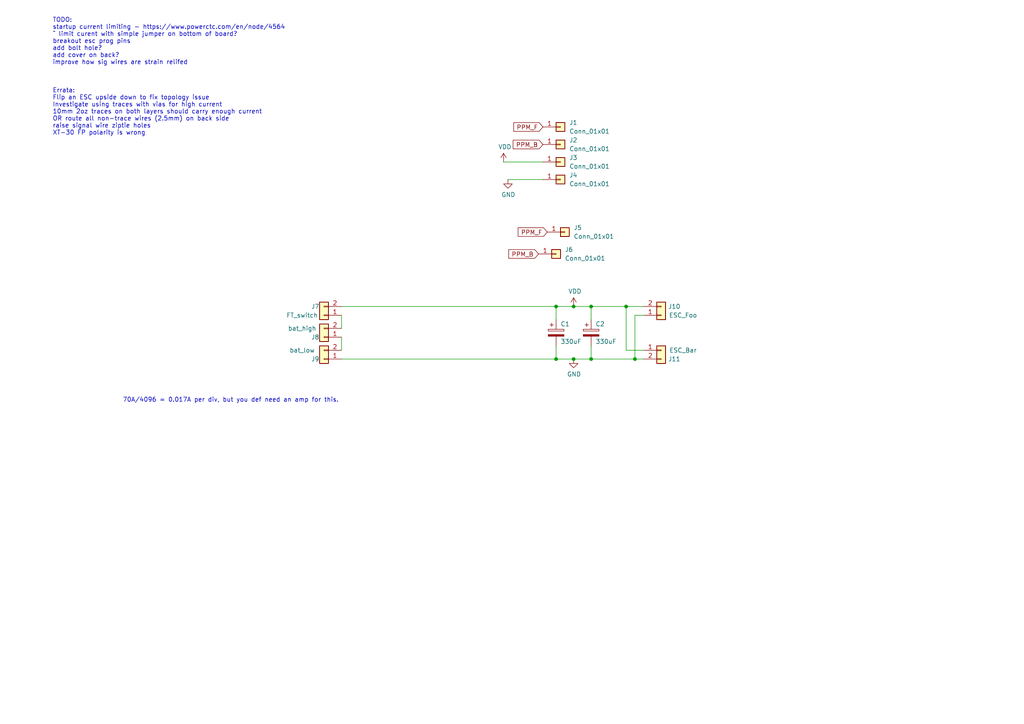
<source format=kicad_sch>
(kicad_sch (version 20211123) (generator eeschema)
  (paper "A4")
  (lib_symbols
    (symbol "Connector_Generic:Conn_01x01" (pin_names (offset 1.016) hide)
      (property "Reference" "J" (at 0 2.54 0))
      (property "Value" "Conn_01x01" (at 0 -2.54 0))
      (symbol "Conn_01x01_1_1"
        (rectangle (start -1.27 0.127) (end 0 -0.127) (stroke (width 0.1524)))
        (rectangle (start -1.27 1.27) (end 1.27 -1.27) (stroke (width 0.254)) (fill (type background)))
        (pin passive line (at -5.08 0 0) (length 3.81) (name "Pin_1") (number "1"))
      )
    )
    (symbol "Connector_Generic:Conn_01x02" (pin_names (offset 1.016) hide)
      (property "Reference" "J" (at 0 2.54 0))
      (property "Value" "Conn_01x02" (at 0 -5.08 0))
      (symbol "Conn_01x02_1_1"
        (rectangle (start -1.27 -2.413) (end 0 -2.667) (stroke (width 0.1524)))
        (rectangle (start -1.27 0.127) (end 0 -0.127) (stroke (width 0.1524)))
        (rectangle (start -1.27 1.27) (end 1.27 -3.81) (stroke (width 0.254)) (fill (type background)))
        (pin passive line (at -5.08 0 0) (length 3.81) (name "Pin_1") (number "1"))
        (pin passive line (at -5.08 -2.54 0) (length 3.81) (name "Pin_2") (number "2"))
      )
    )
    (symbol "Device:C_Polarized" (pin_numbers hide) (pin_names (offset 0.254))
      (property "Reference" "C" (at 0.635 2.54 0))
      (property "Value" "C_Polarized" (at 0.635 -2.54 0))
      (symbol "C_Polarized_0_1"
        (rectangle (start -2.286 0.508) (end 2.286 1.016))
        (polyline (pts (xy -1.778 2.286) (xy -0.762 2.286)))
        (polyline (pts (xy -1.27 2.794) (xy -1.27 1.778)))
        (rectangle (start 2.286 -0.508) (end -2.286 -1.016) (fill (type outline)))
      )
      (symbol "C_Polarized_1_1"
        (pin passive line (at 0 3.81 270) (length 2.794) (name "~") (number "1"))
        (pin passive line (at 0 -3.81 90) (length 2.794) (name "~") (number "2"))
      )
    )
    (symbol "power:GND" (power) (pin_names (offset 0))
      (property "Value" "GND" (at 0 -3.81 0))
      (symbol "GND_0_1"
        (polyline (pts (xy 0 0) (xy 0 -1.27) (xy 1.27 -1.27) (xy 0 -2.54) (xy -1.27 -1.27) (xy 0 -1.27)))
      )
      (symbol "GND_1_1"
        (pin power_in line (at 0 0 270) (length 0) hide (name "GND") (number "1"))
      )
    )
    (symbol "power:VDD" (power) (pin_names (offset 0))
      (property "Value" "VDD" (at 0 3.81 0))
      (symbol "VDD_0_1"
        (polyline (pts (xy -0.762 1.27) (xy 0 2.54)))
        (polyline (pts (xy 0 0) (xy 0 2.54)))
        (polyline (pts (xy 0 2.54) (xy 0.762 1.27)))
      )
      (symbol "VDD_1_1"
        (pin power_in line (at 0 0 90) (length 0) hide (name "VDD") (number "1"))
      )
    )
  )
  (junction (at 161.29 88.9))
  (junction (at 166.37 88.9))
  (junction (at 171.45 88.9))
  (junction (at 166.37 104.14))
  (junction (at 181.61 88.9))
  (junction (at 184.15 104.14))
  (junction (at 161.29 104.14))
  (junction (at 171.45 104.14))
  (wire (pts (xy 99.06 88.9) (xy 161.29 88.9)))
  (wire (pts (xy 171.45 100.33) (xy 171.45 104.14)))
  (wire (pts (xy 186.69 101.6) (xy 181.61 101.6)))
  (wire (pts (xy 161.29 104.14) (xy 166.37 104.14)))
  (wire (pts (xy 181.61 101.6) (xy 181.61 88.9)))
  (wire (pts (xy 171.45 104.14) (xy 184.15 104.14)))
  (wire (pts (xy 161.29 88.9) (xy 166.37 88.9)))
  (wire (pts (xy 181.61 88.9) (xy 186.69 88.9)))
  (wire (pts (xy 147.32 52.07) (xy 157.48 52.07)))
  (wire (pts (xy 171.45 88.9) (xy 181.61 88.9)))
  (wire (pts (xy 99.06 97.79) (xy 99.06 101.6)))
  (wire (pts (xy 161.29 88.9) (xy 161.29 92.71)))
  (wire (pts (xy 171.45 88.9) (xy 171.45 92.71)))
  (wire (pts (xy 166.37 88.9) (xy 171.45 88.9)))
  (wire (pts (xy 146.05 46.99) (xy 157.48 46.99)))
  (wire (pts (xy 166.37 104.14) (xy 171.45 104.14)))
  (wire (pts (xy 161.29 100.33) (xy 161.29 104.14)))
  (wire (pts (xy 186.69 91.44) (xy 184.15 91.44)))
  (wire (pts (xy 99.06 104.14) (xy 161.29 104.14)))
  (wire (pts (xy 184.15 91.44) (xy 184.15 104.14)))
  (wire (pts (xy 99.06 91.44) (xy 99.06 95.25)))
  (wire (pts (xy 184.15 104.14) (xy 186.69 104.14)))
  (text "70A/4096 = 0.017A per div, but you def need an amp for this." (at 35.56 116.84 0) (effects (font (size 1.27 1.27)) (justify left bottom)))
  (text "TODO:\nstartup current limiting - https://www.powerctc.com/en/node/4564\n^ limit curent with simple jumper on bottom of board?\nbreakout esc prog pins\nadd bolt hole?\nadd cover on back?\nimprove how sig wires are strain relifed\n\n\n\nErrata:\nFlip an ESC upside down to fix topology issue\nInvestigate using traces with vias for high current\n10mm 2oz traces on both layers should carry enough current\nOR route all non-trace wires (2.5mm) on back side\nraise signal wire ziptie holes\nXT-30 FP polarity is wrong\n" (at 15.24 39.37 0) (effects (font (size 1.27 1.27)) (justify left bottom)))
  (global_label "PPM_F" (shape input) (at 158.75 67.31 180) (property "Intersheet References" "${INTERSHEET_REFS}" (effects hide)))
  (global_label "PPM_B" (shape input) (at 156.21 73.66 180) (property "Intersheet References" "${INTERSHEET_REFS}" (effects hide)))
  (global_label "PPM_F" (shape input) (at 157.48 36.83 180) (property "Intersheet References" "${INTERSHEET_REFS}" (effects hide)))
  (global_label "PPM_B" (shape input) (at 157.48 41.91 180) (property "Intersheet References" "${INTERSHEET_REFS}" (effects hide)))
  (symbol (lib_id "Connector_Generic:Conn_01x02") (at 93.98 97.79 180) (unit 1)
    (property "Reference" "J8" (at 91.44 97.79 0))
    (property "Value" "bat_high" (at 87.63 95.25 0))
    (property "Footprint" "AlfredoFootprints:TGD_AMASS_XT30U-F_1x02_P5.0mm_Vertical" (effects hide))
  )
  (symbol (lib_id "power:VDD") (at 166.37 88.9 0) (unit 1)
    (property "Reference" "#PWR0101" (effects hide))
    (property "Value" "VDD" (at 166.751 84.5058 0))
  )
  (symbol (lib_id "Connector_Generic:Conn_01x01") (at 162.56 52.07 0) (unit 1)
    (property "Reference" "J4" (at 165.1 50.7999 0) (effects (justify left)))
    (property "Value" "Conn_01x01" (at 165.1 53.3399 0) (effects (justify left)))
    (property "Footprint" "AlfredoFootprints:TGD-antenna-THT" (effects hide))
  )
  (symbol (lib_id "power:GND") (at 166.37 104.14 0) (unit 1)
    (property "Reference" "#PWR0102" (effects hide))
    (property "Value" "GND" (at 166.497 108.5342 0))
  )
  (symbol (lib_id "Connector_Generic:Conn_01x01") (at 162.56 41.91 0) (unit 1)
    (property "Reference" "J2" (at 165.1 40.6399 0) (effects (justify left)))
    (property "Value" "Conn_01x01" (at 165.1 43.1799 0) (effects (justify left)))
    (property "Footprint" "AlfredoFootprints:TGD-antenna-THT" (effects hide))
  )
  (symbol (lib_id "Connector_Generic:Conn_01x01") (at 162.56 46.99 0) (unit 1)
    (property "Reference" "J3" (at 165.1 45.7199 0) (effects (justify left)))
    (property "Value" "Conn_01x01" (at 165.1 48.2599 0) (effects (justify left)))
    (property "Footprint" "AlfredoFootprints:TGD-antenna-THT" (effects hide))
  )
  (symbol (lib_id "power:GND") (at 147.32 52.07 0) (unit 1)
    (property "Reference" "#PWR0104" (effects hide))
    (property "Value" "GND" (at 147.447 56.4642 0))
  )
  (symbol (lib_id "Device:C_Polarized") (at 171.45 96.52 0) (unit 1)
    (property "Reference" "C2" (at 172.72 93.98 0) (effects (justify left)))
    (property "Value" "330uF" (at 172.72 99.06 0) (effects (justify left)))
    (property "Footprint" "AlfredoFootprints:TGD_lowESR_cap" (effects hide))
  )
  (symbol (lib_id "Connector_Generic:Conn_01x02") (at 93.98 104.14 180) (unit 1)
    (property "Reference" "J9" (at 91.44 104.14 0))
    (property "Value" "bat_low" (at 87.63 101.6 0))
    (property "Footprint" "AlfredoFootprints:TGD_AMASS_XT30U-F_1x02_P5.0mm_Vertical" (effects hide))
  )
  (symbol (lib_id "Connector_Generic:Conn_01x01") (at 161.29 73.66 0) (unit 1)
    (property "Reference" "J6" (at 163.83 72.3899 0) (effects (justify left)))
    (property "Value" "Conn_01x01" (at 163.83 74.9299 0) (effects (justify left)))
    (property "Footprint" "AlfredoFootprints:TGD-antenna-THT" (effects hide))
  )
  (symbol (lib_id "Connector_Generic:Conn_01x02") (at 191.77 101.6 0) (unit 1)
    (property "Reference" "J11" (at 195.58 104.14 0))
    (property "Value" "ESC_Bar" (at 198.12 101.6 0))
    (property "Footprint" "AlfredoFootprints:TGD_ESC_SigPads" (effects hide))
  )
  (symbol (lib_id "Connector_Generic:Conn_01x02") (at 93.98 91.44 180) (unit 1)
    (property "Reference" "J7" (at 91.44 88.9 0))
    (property "Value" "FT_switch" (at 87.63 91.44 0))
    (property "Footprint" "AlfredoFootprints:FT_Switch_Vertical" (effects hide))
  )
  (symbol (lib_id "Connector_Generic:Conn_01x01") (at 163.83 67.31 0) (unit 1)
    (property "Reference" "J5" (at 166.37 66.0399 0) (effects (justify left)))
    (property "Value" "Conn_01x01" (at 166.37 68.5799 0) (effects (justify left)))
    (property "Footprint" "AlfredoFootprints:TGD-antenna-THT" (effects hide))
  )
  (symbol (lib_id "power:VDD") (at 146.05 46.99 0) (unit 1)
    (property "Reference" "#PWR0103" (effects hide))
    (property "Value" "VDD" (at 146.431 42.5958 0))
  )
  (symbol (lib_id "Connector_Generic:Conn_01x01") (at 162.56 36.83 0) (unit 1)
    (property "Reference" "J1" (at 165.1 35.5599 0) (effects (justify left)))
    (property "Value" "Conn_01x01" (at 165.1 38.0999 0) (effects (justify left)))
    (property "Footprint" "AlfredoFootprints:TGD-antenna-THT" (effects hide))
  )
  (symbol (lib_id "Connector_Generic:Conn_01x02") (at 191.77 91.44 0) (mirror x) (unit 1)
    (property "Reference" "J10" (at 195.58 88.9 0))
    (property "Value" "ESC_Foo" (at 198.12 91.44 0))
    (property "Footprint" "AlfredoFootprints:TGD_ESC_SigPads" (effects hide))
  )
  (symbol (lib_id "Device:C_Polarized") (at 161.29 96.52 0) (unit 1)
    (property "Reference" "C1" (at 162.56 93.98 0) (effects (justify left)))
    (property "Value" "330uF" (at 162.56 99.06 0) (effects (justify left)))
    (property "Footprint" "AlfredoFootprints:TGD_lowESR_cap" (effects hide))
  )
)
</source>
